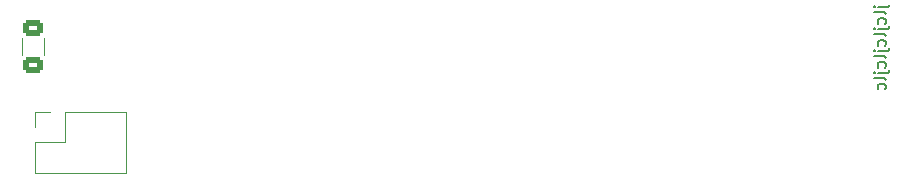
<source format=gbr>
G04 #@! TF.GenerationSoftware,KiCad,Pcbnew,(6.99.0-2452-gdb4f2d9dd8)*
G04 #@! TF.CreationDate,2022-08-01T23:27:33-05:00*
G04 #@! TF.ProjectId,AWS,4157532e-6b69-4636-9164-5f7063625858,rev?*
G04 #@! TF.SameCoordinates,Original*
G04 #@! TF.FileFunction,Legend,Bot*
G04 #@! TF.FilePolarity,Positive*
%FSLAX46Y46*%
G04 Gerber Fmt 4.6, Leading zero omitted, Abs format (unit mm)*
G04 Created by KiCad (PCBNEW (6.99.0-2452-gdb4f2d9dd8)) date 2022-08-01 23:27:33*
%MOMM*%
%LPD*%
G01*
G04 APERTURE LIST*
G04 Aperture macros list*
%AMRoundRect*
0 Rectangle with rounded corners*
0 $1 Rounding radius*
0 $2 $3 $4 $5 $6 $7 $8 $9 X,Y pos of 4 corners*
0 Add a 4 corners polygon primitive as box body*
4,1,4,$2,$3,$4,$5,$6,$7,$8,$9,$2,$3,0*
0 Add four circle primitives for the rounded corners*
1,1,$1+$1,$2,$3*
1,1,$1+$1,$4,$5*
1,1,$1+$1,$6,$7*
1,1,$1+$1,$8,$9*
0 Add four rect primitives between the rounded corners*
20,1,$1+$1,$2,$3,$4,$5,0*
20,1,$1+$1,$4,$5,$6,$7,0*
20,1,$1+$1,$6,$7,$8,$9,0*
20,1,$1+$1,$8,$9,$2,$3,0*%
G04 Aperture macros list end*
%ADD10C,0.150000*%
%ADD11C,0.120000*%
%ADD12R,1.800000X1.800000*%
%ADD13C,1.800000*%
%ADD14R,1.700000X1.700000*%
%ADD15O,1.700000X1.700000*%
%ADD16RoundRect,0.250000X-0.625000X0.400000X-0.625000X-0.400000X0.625000X-0.400000X0.625000X0.400000X0*%
G04 APERTURE END LIST*
D10*
X173200714Y-59123809D02*
X174057857Y-59123809D01*
X174057857Y-59123809D02*
X174153095Y-59076190D01*
X174153095Y-59076190D02*
X174200714Y-58980952D01*
X174200714Y-58980952D02*
X174200714Y-58933333D01*
X172867380Y-59123809D02*
X172915000Y-59076190D01*
X172915000Y-59076190D02*
X172962619Y-59123809D01*
X172962619Y-59123809D02*
X172915000Y-59171428D01*
X172915000Y-59171428D02*
X172867380Y-59123809D01*
X172867380Y-59123809D02*
X172962619Y-59123809D01*
X173867380Y-59742856D02*
X173819761Y-59647618D01*
X173819761Y-59647618D02*
X173724523Y-59599999D01*
X173724523Y-59599999D02*
X172867380Y-59599999D01*
X173819761Y-60552380D02*
X173867380Y-60457142D01*
X173867380Y-60457142D02*
X173867380Y-60266666D01*
X173867380Y-60266666D02*
X173819761Y-60171428D01*
X173819761Y-60171428D02*
X173772142Y-60123809D01*
X173772142Y-60123809D02*
X173676904Y-60076190D01*
X173676904Y-60076190D02*
X173391190Y-60076190D01*
X173391190Y-60076190D02*
X173295952Y-60123809D01*
X173295952Y-60123809D02*
X173248333Y-60171428D01*
X173248333Y-60171428D02*
X173200714Y-60266666D01*
X173200714Y-60266666D02*
X173200714Y-60457142D01*
X173200714Y-60457142D02*
X173248333Y-60552380D01*
X173200714Y-60980952D02*
X174057857Y-60980952D01*
X174057857Y-60980952D02*
X174153095Y-60933333D01*
X174153095Y-60933333D02*
X174200714Y-60838095D01*
X174200714Y-60838095D02*
X174200714Y-60790476D01*
X172867380Y-60980952D02*
X172915000Y-60933333D01*
X172915000Y-60933333D02*
X172962619Y-60980952D01*
X172962619Y-60980952D02*
X172915000Y-61028571D01*
X172915000Y-61028571D02*
X172867380Y-60980952D01*
X172867380Y-60980952D02*
X172962619Y-60980952D01*
X173867380Y-61599999D02*
X173819761Y-61504761D01*
X173819761Y-61504761D02*
X173724523Y-61457142D01*
X173724523Y-61457142D02*
X172867380Y-61457142D01*
X173819761Y-62409523D02*
X173867380Y-62314285D01*
X173867380Y-62314285D02*
X173867380Y-62123809D01*
X173867380Y-62123809D02*
X173819761Y-62028571D01*
X173819761Y-62028571D02*
X173772142Y-61980952D01*
X173772142Y-61980952D02*
X173676904Y-61933333D01*
X173676904Y-61933333D02*
X173391190Y-61933333D01*
X173391190Y-61933333D02*
X173295952Y-61980952D01*
X173295952Y-61980952D02*
X173248333Y-62028571D01*
X173248333Y-62028571D02*
X173200714Y-62123809D01*
X173200714Y-62123809D02*
X173200714Y-62314285D01*
X173200714Y-62314285D02*
X173248333Y-62409523D01*
X173200714Y-62838095D02*
X174057857Y-62838095D01*
X174057857Y-62838095D02*
X174153095Y-62790476D01*
X174153095Y-62790476D02*
X174200714Y-62695238D01*
X174200714Y-62695238D02*
X174200714Y-62647619D01*
X172867380Y-62838095D02*
X172915000Y-62790476D01*
X172915000Y-62790476D02*
X172962619Y-62838095D01*
X172962619Y-62838095D02*
X172915000Y-62885714D01*
X172915000Y-62885714D02*
X172867380Y-62838095D01*
X172867380Y-62838095D02*
X172962619Y-62838095D01*
X173867380Y-63457142D02*
X173819761Y-63361904D01*
X173819761Y-63361904D02*
X173724523Y-63314285D01*
X173724523Y-63314285D02*
X172867380Y-63314285D01*
X173819761Y-64266666D02*
X173867380Y-64171428D01*
X173867380Y-64171428D02*
X173867380Y-63980952D01*
X173867380Y-63980952D02*
X173819761Y-63885714D01*
X173819761Y-63885714D02*
X173772142Y-63838095D01*
X173772142Y-63838095D02*
X173676904Y-63790476D01*
X173676904Y-63790476D02*
X173391190Y-63790476D01*
X173391190Y-63790476D02*
X173295952Y-63838095D01*
X173295952Y-63838095D02*
X173248333Y-63885714D01*
X173248333Y-63885714D02*
X173200714Y-63980952D01*
X173200714Y-63980952D02*
X173200714Y-64171428D01*
X173200714Y-64171428D02*
X173248333Y-64266666D01*
X173200714Y-64695238D02*
X174057857Y-64695238D01*
X174057857Y-64695238D02*
X174153095Y-64647619D01*
X174153095Y-64647619D02*
X174200714Y-64552381D01*
X174200714Y-64552381D02*
X174200714Y-64504762D01*
X172867380Y-64695238D02*
X172915000Y-64647619D01*
X172915000Y-64647619D02*
X172962619Y-64695238D01*
X172962619Y-64695238D02*
X172915000Y-64742857D01*
X172915000Y-64742857D02*
X172867380Y-64695238D01*
X172867380Y-64695238D02*
X172962619Y-64695238D01*
X173867380Y-65314285D02*
X173819761Y-65219047D01*
X173819761Y-65219047D02*
X173724523Y-65171428D01*
X173724523Y-65171428D02*
X172867380Y-65171428D01*
X173819761Y-66123809D02*
X173867380Y-66028571D01*
X173867380Y-66028571D02*
X173867380Y-65838095D01*
X173867380Y-65838095D02*
X173819761Y-65742857D01*
X173819761Y-65742857D02*
X173772142Y-65695238D01*
X173772142Y-65695238D02*
X173676904Y-65647619D01*
X173676904Y-65647619D02*
X173391190Y-65647619D01*
X173391190Y-65647619D02*
X173295952Y-65695238D01*
X173295952Y-65695238D02*
X173248333Y-65742857D01*
X173248333Y-65742857D02*
X173200714Y-65838095D01*
X173200714Y-65838095D02*
X173200714Y-66028571D01*
X173200714Y-66028571D02*
X173248333Y-66123809D01*
D11*
X109570000Y-68000000D02*
X109570000Y-73200000D01*
X104430000Y-68000000D02*
X109570000Y-68000000D01*
X104430000Y-68000000D02*
X104430000Y-70600000D01*
X103160000Y-68000000D02*
X101830000Y-68000000D01*
X101830000Y-68000000D02*
X101830000Y-69330000D01*
X104430000Y-70600000D02*
X101830000Y-70600000D01*
X101830000Y-70600000D02*
X101830000Y-73200000D01*
X101830000Y-73200000D02*
X109570000Y-73200000D01*
X102610000Y-61772936D02*
X102610000Y-63227064D01*
X100790000Y-61772936D02*
X100790000Y-63227064D01*
%LPC*%
D12*
X108899999Y-62599999D03*
D13*
X106360000Y-62600000D03*
D14*
X103159999Y-69329999D03*
D15*
X103159999Y-71869999D03*
X105699999Y-69329999D03*
X105699999Y-71869999D03*
X108239999Y-69329999D03*
X108239999Y-71869999D03*
D16*
X101700000Y-60950000D03*
X101700000Y-64050000D03*
M02*

</source>
